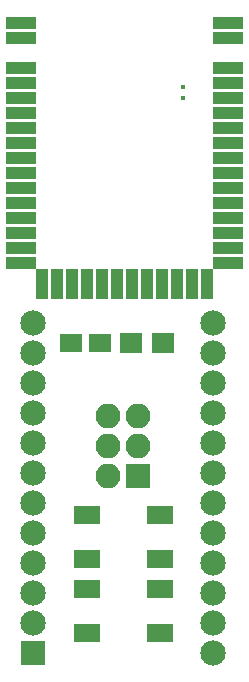
<source format=gbr>
G04 #@! TF.FileFunction,Soldermask,Top*
%FSLAX46Y46*%
G04 Gerber Fmt 4.6, Leading zero omitted, Abs format (unit mm)*
G04 Created by KiCad (PCBNEW 4.0.7) date 04/15/18 08:08:42*
%MOMM*%
%LPD*%
G01*
G04 APERTURE LIST*
%ADD10C,0.100000*%
%ADD11R,2.152600X2.152600*%
%ADD12C,2.152600*%
%ADD13R,1.900000X1.650000*%
%ADD14C,0.402000*%
%ADD15R,1.900000X1.700000*%
%ADD16R,2.200000X1.500000*%
%ADD17R,1.120000X2.600000*%
%ADD18R,2.600000X1.120000*%
%ADD19R,2.100000X2.100000*%
%ADD20O,2.100000X2.100000*%
G04 APERTURE END LIST*
D10*
D11*
X101600000Y-152146000D03*
D12*
X101600000Y-149606000D03*
X101600000Y-147066000D03*
X101600000Y-144526000D03*
X101600000Y-141986000D03*
X101600000Y-139446000D03*
X101600000Y-136906000D03*
X101600000Y-134366000D03*
X101600000Y-131826000D03*
X101600000Y-129286000D03*
X101600000Y-126746000D03*
X101600000Y-124206000D03*
X116840000Y-124206000D03*
X116840000Y-126746000D03*
X116840000Y-129286000D03*
X116840000Y-131826000D03*
X116840000Y-134366000D03*
X116840000Y-136906000D03*
X116840000Y-139446000D03*
X116840000Y-141986000D03*
X116840000Y-144526000D03*
X116840000Y-147066000D03*
X116840000Y-149606000D03*
X116840000Y-152146000D03*
D13*
X107275000Y-125857000D03*
X104775000Y-125857000D03*
D14*
X114300000Y-104256000D03*
X114300000Y-105156000D03*
X114300000Y-105156000D03*
X114300000Y-104256000D03*
D15*
X112555000Y-125857000D03*
X109855000Y-125857000D03*
D16*
X112308500Y-144153500D03*
X106108500Y-144153500D03*
X112308500Y-140453500D03*
X106108500Y-140453500D03*
X106120000Y-146740000D03*
X112320000Y-146740000D03*
X106120000Y-150440000D03*
X112320000Y-150440000D03*
D17*
X116332000Y-120904000D03*
X115062000Y-120904000D03*
X113792000Y-120904000D03*
X112522000Y-120904000D03*
X111252000Y-120904000D03*
X109982000Y-120904000D03*
X108712000Y-120904000D03*
X107442000Y-120904000D03*
X106172000Y-120904000D03*
X104902000Y-120904000D03*
X103632000Y-120904000D03*
X102362000Y-120904000D03*
D18*
X118110000Y-119126000D03*
X118110000Y-117856000D03*
X118110000Y-116586000D03*
X118110000Y-115316000D03*
X118110000Y-114046000D03*
X118110000Y-112776000D03*
X118110000Y-111506000D03*
X118110000Y-110236000D03*
X118110000Y-108966000D03*
X118110000Y-107696000D03*
X118110000Y-106426000D03*
X118110000Y-105156000D03*
X118110000Y-103886000D03*
X118110000Y-102616000D03*
X118110000Y-100076000D03*
X118110000Y-98806000D03*
X100584000Y-98806000D03*
X100584000Y-100076000D03*
X100584000Y-102616000D03*
X100584000Y-103886000D03*
X100584000Y-105156000D03*
X100584000Y-106426000D03*
X100584000Y-107696000D03*
X100584000Y-108966000D03*
X100584000Y-110236000D03*
X100584000Y-111506000D03*
X100584000Y-112776000D03*
X100584000Y-114046000D03*
X100584000Y-115316000D03*
X100584000Y-116586000D03*
X100584000Y-117856000D03*
X100584000Y-119126000D03*
D19*
X110490000Y-137160000D03*
D20*
X107950000Y-137160000D03*
X110490000Y-134620000D03*
X107950000Y-134620000D03*
X110490000Y-132080000D03*
X107950000Y-132080000D03*
M02*

</source>
